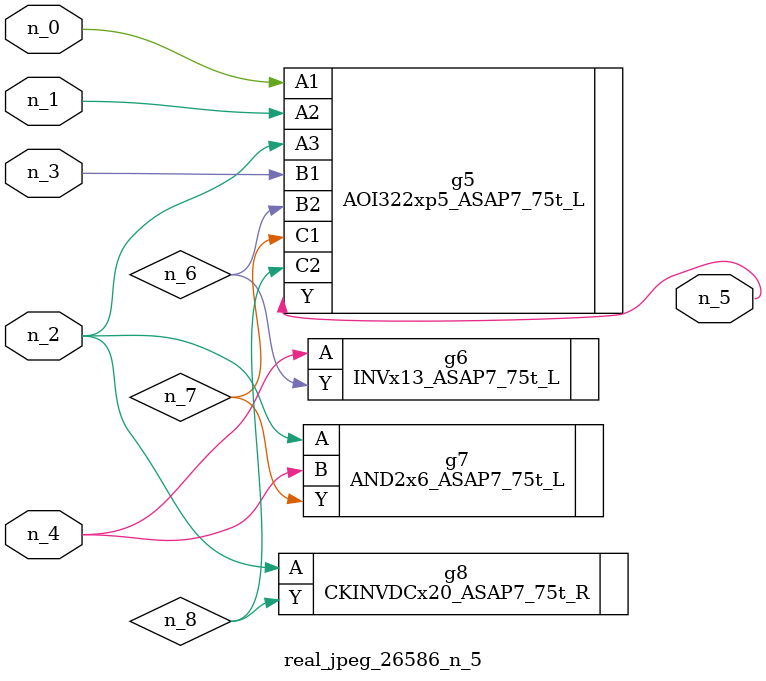
<source format=v>
module real_jpeg_26586_n_5 (n_4, n_0, n_1, n_2, n_3, n_5);

input n_4;
input n_0;
input n_1;
input n_2;
input n_3;

output n_5;

wire n_8;
wire n_6;
wire n_7;

AOI322xp5_ASAP7_75t_L g5 ( 
.A1(n_0),
.A2(n_1),
.A3(n_2),
.B1(n_3),
.B2(n_6),
.C1(n_7),
.C2(n_8),
.Y(n_5)
);

AND2x6_ASAP7_75t_L g7 ( 
.A(n_2),
.B(n_4),
.Y(n_7)
);

CKINVDCx20_ASAP7_75t_R g8 ( 
.A(n_2),
.Y(n_8)
);

INVx13_ASAP7_75t_L g6 ( 
.A(n_4),
.Y(n_6)
);


endmodule
</source>
